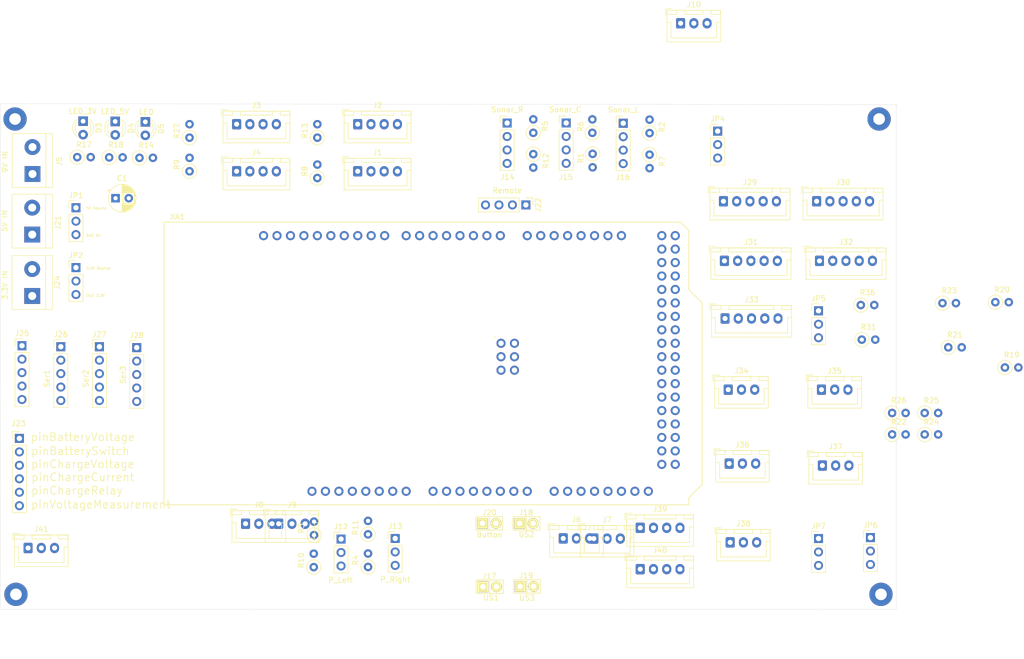
<source format=kicad_pcb>
(kicad_pcb (version 20171130) (host pcbnew "(5.1.9)-1")
  (layers (0 F.Cu signal) (31 B.Cu signal) (34 B.Paste user) (35 F.Paste user) (36 B.SilkS user) (37 F.SilkS user) (38 B.Mask user) (39 F.Mask user) (44 Edge.Cuts user))
  (net 0 "")
  (net 1 SCL1)
  (net 2 SDA1)
  (net 3 GND)
  (net 4 +9V)
  (net 5 pinMotorRightPWM)
  (net 6 pinMotorEnable)
  (net 7 pinMotorRightDir)
  (net 8 pinMotorLeftPWM)
  (net 9 pinMotorLeftDir)
  (net 10 pinMotorMowPWM)
  (net 11 pinMotorMowDir)
  (net 12 pinMotorMowEnable)
  (net 13 pinOdometryRight)
  (net 14 pinOdometryLeft)
  (net 15 pinDropLeft)
  (net 16 pinBumperLeft)
  (net 17 pinBumperRight)
  (net 18 pinDropRight)
  (net 19 pinBuzzer)
  (net 20 pinRemoteSwitch)
  (net 21 pinButton)
  (net 22 pinChargeRelay)
  (net 23 pinUserSwitch3)
  (net 24 pinUserSwitch2)
  (net 25 pinUserSwitch1)
  (net 26 pinRain)
  (net 27 pinSonarLeftEcho)
  (net 28 pinTilt)
  (net 29 pinSonarLeftTrigger)
  (net 30 pinSonarRightEcho)
  (net 31 pinSonarRightTrigger)
  (net 32 pinSonarCenterTrigger)
  (net 33 pinSonarCenterEcho)
  (net 34 pinChargeVoltage)
  (net 35 pinChargeCurrent)
  (net 36 pinVoltageMeasurement)
  (net 37 pinPerimeterLeft)
  (net 38 pinPerimeterRight)
  (net 39 pinBatteryVoltage)
  (net 40 pinRemoteSteer)
  (net 41 pinRemoteMow)
  (net 42 pinLED)
  (net 43 pinRemoteSpeed)
  (net 44 pinBatterySwitch)
  (net 45 SCL0)
  (net 46 SDA0)
  (net 47 "Net-(C1-Pad2)")
  (net 48 TX2)
  (net 49 RX2)
  (net 50 TX1)
  (net 51 RX1)
  (net 52 pinMotorMowRpm)
  (net 53 "Net-(J12-Pad3)")
  (net 54 "Net-(J13-Pad3)")
  (net 55 "Net-(D4-Pad2)")
  (net 56 "Net-(D5-Pad2)")
  (net 57 "Net-(J14-Pad3)")
  (net 58 "Net-(J29-Pad4)")
  (net 59 TX0)
  (net 60 RX0)
  (net 61 +3V3)
  (net 62 +5V)
  (net 63 DUE_3.3V)
  (net 64 DUE_5V)
  (net 65 pinOdometryRight2)
  (net 66 pinOdometryLeft2)
  (net 67 "Net-(D3-Pad2)")
  (net 68 "Net-(J15-Pad3)")
  (net 69 "Net-(J16-Pad3)")
  (net 70 "Net-(J21-Pad2)")
  (net 71 "Net-(J24-Pad2)")
  (net 72 pinMotorRight2PWM)
  (net 73 pinMotorLeft2PWM)
  (net 74 "Net-(J37-Pad1)")
  (net 75 "Net-(J38-Pad1)")
  (net 76 "Net-(J33-Pad4)")
  (net 77 "Net-(J34-Pad2)")
  (net 78 "Net-(J34-Pad1)")
  (net 79 "Net-(J35-Pad1)")
  (net 80 "Net-(J36-Pad1)")
  (net 81 "Net-(J38-Pad2)")
  (net 82 TX3)
  (net 83 RX3)
  (net 84 pinMotorRight2Dir)
  (net 85 pinMotorLeft2Dir)
  (net 86 pinMotorMow2Sense)
  (net 87 pinMotorMow1Sense)
  (net 88 pinMotorLeftSense)
  (net 89 pinMotorRightSense)
  (net 90 pinMotorMowFault)
  (net 91 pinMotorLeftFault)
  (net 92 pinMotorRightFault)
  (module Connector_JST:JST_XH_B4B-XH-A_1x04_P2.50mm_Vertical (layer F.Cu) (at 83.82 48.26)
    (fp_text reference J4 (at 3.75 -3.55) (layer F.SilkS))
    (fp_text value I2C1_2)
    (pad 4 thru_hole oval (at 7.5 0) (size 1.7 1.95) (drill 0.95) (layers *.Cu *.Mask) (net 1 SCL1))
    (pad 3 thru_hole oval (at 5 0) (size 1.7 1.95) (drill 0.95) (layers *.Cu *.Mask) (net 2 SDA1))
    (pad 2 thru_hole oval (at 2.5 0) (size 1.7 1.95) (drill 0.95) (layers *.Cu *.Mask) (net 3 GND))
    (pad 1 thru_hole roundrect (at 0 0) (size 1.7 1.95) (drill 0.95) (layers *.Cu *.Mask) (roundrect_rratio 0.147059) (net 61 +3V3))
  )
  (module Connector_JST:JST_XH_B3B-XH-A_1x03_P2.50mm_Vertical (layer F.Cu) (at 167.64 20.32)
    (fp_text reference J10 (at 2.5 -3.55) (layer F.SilkS))
    (fp_text value Bumper)
    (pad 3 thru_hole oval (at 5 0) (size 1.7 1.95) (drill 0.95) (layers *.Cu *.Mask) (net 16 pinBumperLeft))
    (pad 2 thru_hole oval (at 2.5 0) (size 1.7 1.95) (drill 0.95) (layers *.Cu *.Mask) (net 17 pinBumperRight))
    (pad 1 thru_hole roundrect (at 0 0) (size 1.7 1.95) (drill 0.95) (layers *.Cu *.Mask) (roundrect_rratio 0.147059) (net 3 GND))
  )
  (module Connector_JST:JST_XH_B3B-XH-A_1x03_P2.50mm_Vertical (layer F.Cu) (at 91.76 114.8)
    (fp_text reference J9 (at 2.5 -3.55) (layer F.SilkS))
    (fp_text value Rain)
    (pad 3 thru_hole oval (at 5 0) (size 1.7 1.95) (drill 0.95) (layers *.Cu *.Mask) (net 26 pinRain))
    (pad 2 thru_hole oval (at 2.5 0) (size 1.7 1.95) (drill 0.95) (layers *.Cu *.Mask) (net 3 GND))
    (pad 1 thru_hole roundrect (at 0 0) (size 1.7 1.95) (drill 0.95) (layers *.Cu *.Mask) (roundrect_rratio 0.147059) (net 61 +3V3))
  )
  (module Connector_JST:JST_XH_B3B-XH-A_1x03_P2.50mm_Vertical (layer F.Cu) (at 85.51 114.79)
    (fp_text reference J8 (at 2.5 -3.55) (layer F.SilkS))
    (fp_text value Tilt)
    (pad 3 thru_hole oval (at 5 0) (size 1.7 1.95) (drill 0.95) (layers *.Cu *.Mask) (net 28 pinTilt))
    (pad 2 thru_hole oval (at 2.5 0) (size 1.7 1.95) (drill 0.95) (layers *.Cu *.Mask) (net 3 GND))
    (pad 1 thru_hole roundrect (at 0 0) (size 1.7 1.95) (drill 0.95) (layers *.Cu *.Mask) (roundrect_rratio 0.147059) (net 61 +3V3))
  )
  (module Connector_JST:JST_XH_B3B-XH-A_1x03_P2.50mm_Vertical (layer F.Cu) (at 151.26 117.6)
    (fp_text reference J7 (at 2.5 -3.55) (layer F.SilkS))
    (fp_text value Drop_Right)
    (pad 3 thru_hole oval (at 5 0) (size 1.7 1.95) (drill 0.95) (layers *.Cu *.Mask) (net 18 pinDropRight))
    (pad 2 thru_hole oval (at 2.5 0) (size 1.7 1.95) (drill 0.95) (layers *.Cu *.Mask) (net 3 GND))
    (pad 1 thru_hole roundrect (at 0 0) (size 1.7 1.95) (drill 0.95) (layers *.Cu *.Mask) (roundrect_rratio 0.147059) (net 61 +3V3))
  )
  (module Connector_JST:JST_XH_B3B-XH-A_1x03_P2.50mm_Vertical (layer F.Cu) (at 145.48 117.57)
    (fp_text reference J6 (at 2.5 -3.55) (layer F.SilkS))
    (fp_text value Drop_Left)
    (pad 3 thru_hole oval (at 5 0) (size 1.7 1.95) (drill 0.95) (layers *.Cu *.Mask) (net 15 pinDropLeft))
    (pad 2 thru_hole oval (at 2.5 0) (size 1.7 1.95) (drill 0.95) (layers *.Cu *.Mask) (net 3 GND))
    (pad 1 thru_hole roundrect (at 0 0) (size 1.7 1.95) (drill 0.95) (layers *.Cu *.Mask) (roundrect_rratio 0.147059) (net 61 +3V3))
  )
  (module Connector_JST:JST_XH_B4B-XH-A_1x04_P2.50mm_Vertical (layer F.Cu) (at 83.82 39.37)
    (fp_text reference J3 (at 3.75 -3.55) (layer F.SilkS))
    (fp_text value I2C1_1)
    (pad 4 thru_hole oval (at 7.5 0) (size 1.7 1.95) (drill 0.95) (layers *.Cu *.Mask) (net 1 SCL1))
    (pad 3 thru_hole oval (at 5 0) (size 1.7 1.95) (drill 0.95) (layers *.Cu *.Mask) (net 2 SDA1))
    (pad 2 thru_hole oval (at 2.5 0) (size 1.7 1.95) (drill 0.95) (layers *.Cu *.Mask) (net 3 GND))
    (pad 1 thru_hole roundrect (at 0 0) (size 1.7 1.95) (drill 0.95) (layers *.Cu *.Mask) (roundrect_rratio 0.147059) (net 61 +3V3))
  )
  (module Connector_JST:JST_XH_B4B-XH-A_1x04_P2.50mm_Vertical (layer F.Cu) (at 106.68 39.37)
    (fp_text reference J2 (at 3.75 -3.55) (layer F.SilkS))
    (fp_text value I2C0_2)
    (pad 4 thru_hole oval (at 7.5 0) (size 1.7 1.95) (drill 0.95) (layers *.Cu *.Mask) (net 45 SCL0))
    (pad 3 thru_hole oval (at 5 0) (size 1.7 1.95) (drill 0.95) (layers *.Cu *.Mask) (net 46 SDA0))
    (pad 2 thru_hole oval (at 2.5 0) (size 1.7 1.95) (drill 0.95) (layers *.Cu *.Mask) (net 3 GND))
    (pad 1 thru_hole roundrect (at 0 0) (size 1.7 1.95) (drill 0.95) (layers *.Cu *.Mask) (roundrect_rratio 0.147059) (net 61 +3V3))
  )
  (module Connector_JST:JST_XH_B4B-XH-A_1x04_P2.50mm_Vertical (layer F.Cu) (at 106.68 48.26)
    (fp_text reference J1 (at 3.75 -3.55) (layer F.SilkS))
    (fp_text value I2C0_1)
    (pad 4 thru_hole oval (at 7.5 0) (size 1.7 1.95) (drill 0.95) (layers *.Cu *.Mask) (net 45 SCL0))
    (pad 3 thru_hole oval (at 5 0) (size 1.7 1.95) (drill 0.95) (layers *.Cu *.Mask) (net 46 SDA0))
    (pad 2 thru_hole oval (at 2.5 0) (size 1.7 1.95) (drill 0.95) (layers *.Cu *.Mask) (net 3 GND))
    (pad 1 thru_hole roundrect (at 0 0) (size 1.7 1.95) (drill 0.95) (layers *.Cu *.Mask) (roundrect_rratio 0.147059) (net 61 +3V3))
  )
  (module Connector_JST:JST_XH_B3B-XH-A_1x03_P2.50mm_Vertical (layer F.Cu) (at 44.45 119.38)
    (fp_text reference J41 (at 2.5 -3.55) (layer F.SilkS))
    (fp_text value Buzzer)
    (pad 3 thru_hole oval (at 5 0) (size 1.7 1.95) (drill 0.95) (layers *.Cu *.Mask) (net 19 pinBuzzer))
    (pad 2 thru_hole oval (at 2.5 0) (size 1.7 1.95) (drill 0.95) (layers *.Cu *.Mask) (net 3 GND))
    (pad 1 thru_hole roundrect (at 0 0) (size 1.7 1.95) (drill 0.95) (layers *.Cu *.Mask) (roundrect_rratio 0.147059) (net 62 +5V))
  )
  (module Connector_JST:JST_XH_B4B-XH-A_1x04_P2.50mm_Vertical (layer F.Cu) (at 160.02 123.37)
    (fp_text reference J40 (at 3.75 -3.55) (layer F.SilkS))
    (fp_text value "MC33926 compatibility fault")
    (pad 4 thru_hole oval (at 7.5 0) (size 1.7 1.95) (drill 0.95) (layers *.Cu *.Mask))
    (pad 3 thru_hole oval (at 5 0) (size 1.7 1.95) (drill 0.95) (layers *.Cu *.Mask) (net 90 pinMotorMowFault))
    (pad 2 thru_hole oval (at 2.5 0) (size 1.7 1.95) (drill 0.95) (layers *.Cu *.Mask) (net 91 pinMotorLeftFault))
    (pad 1 thru_hole roundrect (at 0 0) (size 1.7 1.95) (drill 0.95) (layers *.Cu *.Mask) (roundrect_rratio 0.147059) (net 92 pinMotorRightFault))
  )
  (module Connector_JST:JST_XH_B4B-XH-A_1x04_P2.50mm_Vertical (layer F.Cu) (at 160.02 115.57)
    (fp_text reference J39 (at 3.75 -3.55) (layer F.SilkS))
    (fp_text value "MC33926 compatibility sense")
    (pad 4 thru_hole oval (at 7.5 0) (size 1.7 1.95) (drill 0.95) (layers *.Cu *.Mask) (net 86 pinMotorMow2Sense))
    (pad 3 thru_hole oval (at 5 0) (size 1.7 1.95) (drill 0.95) (layers *.Cu *.Mask) (net 87 pinMotorMow1Sense))
    (pad 2 thru_hole oval (at 2.5 0) (size 1.7 1.95) (drill 0.95) (layers *.Cu *.Mask) (net 88 pinMotorLeftSense))
    (pad 1 thru_hole roundrect (at 0 0) (size 1.7 1.95) (drill 0.95) (layers *.Cu *.Mask) (roundrect_rratio 0.147059) (net 89 pinMotorRightSense))
  )
  (module Resistor_THT:R_Axial_DIN0207_L6.3mm_D2.5mm_P2.54mm_Vertical (layer F.Cu) (at 74.93 41.91 90)
    (fp_text reference R27 (at 1.27 -2.37 90) (layer F.SilkS))
    (fp_text value XXX)
    (pad 2 thru_hole oval (at 2.54 0 90) (size 1.6 1.6) (drill 0.8) (layers *.Cu *.Mask) (net 61 +3V3))
    (pad 1 thru_hole circle (at 0 0 90) (size 1.6 1.6) (drill 0.8) (layers *.Cu *.Mask) (net 2 SDA1))
  )
  (module Resistor_THT:R_Axial_DIN0207_L6.3mm_D2.5mm_P2.54mm_Vertical (layer F.Cu) (at 99.06 41.91 90)
    (fp_text reference R13 (at 1.27 -2.37 90) (layer F.SilkS))
    (fp_text value XXX)
    (pad 2 thru_hole oval (at 2.54 0 90) (size 1.6 1.6) (drill 0.8) (layers *.Cu *.Mask) (net 61 +3V3))
    (pad 1 thru_hole circle (at 0 0 90) (size 1.6 1.6) (drill 0.8) (layers *.Cu *.Mask) (net 46 SDA0))
  )
  (module Resistor_THT:R_Axial_DIN0207_L6.3mm_D2.5mm_P2.54mm_Vertical (layer F.Cu) (at 74.93 48.26 90)
    (fp_text reference R9 (at 1.27 -2.37 90) (layer F.SilkS))
    (fp_text value XXX)
    (pad 2 thru_hole oval (at 2.54 0 90) (size 1.6 1.6) (drill 0.8) (layers *.Cu *.Mask) (net 61 +3V3))
    (pad 1 thru_hole circle (at 0 0 90) (size 1.6 1.6) (drill 0.8) (layers *.Cu *.Mask) (net 1 SCL1))
  )
  (module Resistor_THT:R_Axial_DIN0207_L6.3mm_D2.5mm_P2.54mm_Vertical (layer F.Cu) (at 99.06 49.53 90)
    (fp_text reference R8 (at 1.27 -2.37 90) (layer F.SilkS))
    (fp_text value XXX)
    (pad 2 thru_hole oval (at 2.54 0 90) (size 1.6 1.6) (drill 0.8) (layers *.Cu *.Mask) (net 61 +3V3))
    (pad 1 thru_hole circle (at 0 0 90) (size 1.6 1.6) (drill 0.8) (layers *.Cu *.Mask) (net 45 SCL0))
  )
  (module Connector_JST:JST_XH_B3B-XH-A_1x03_P2.50mm_Vertical (layer F.Cu) (at 177 118.32)
    (fp_text reference J38 (at 2.5 -3.55) (layer F.SilkS))
    (fp_text value ODOCutter)
    (pad 3 thru_hole oval (at 5 0) (size 1.7 1.95) (drill 0.95) (layers *.Cu *.Mask) (net 3 GND))
    (pad 2 thru_hole oval (at 2.5 0) (size 1.7 1.95) (drill 0.95) (layers *.Cu *.Mask) (net 81 "Net-(J38-Pad2)"))
    (pad 1 thru_hole roundrect (at 0 0) (size 1.7 1.95) (drill 0.95) (layers *.Cu *.Mask) (roundrect_rratio 0.147059) (net 75 "Net-(J38-Pad1)"))
  )
  (module Connector_JST:JST_XH_B3B-XH-A_1x03_P2.50mm_Vertical (layer F.Cu) (at 194.41 103.81)
    (fp_text reference J37 (at 2.5 -3.55) (layer F.SilkS))
    (fp_text value ODOLeft2)
    (pad 3 thru_hole oval (at 5 0) (size 1.7 1.95) (drill 0.95) (layers *.Cu *.Mask) (net 3 GND))
    (pad 2 thru_hole oval (at 2.5 0) (size 1.7 1.95) (drill 0.95) (layers *.Cu *.Mask) (net 77 "Net-(J34-Pad2)"))
    (pad 1 thru_hole roundrect (at 0 0) (size 1.7 1.95) (drill 0.95) (layers *.Cu *.Mask) (roundrect_rratio 0.147059) (net 74 "Net-(J37-Pad1)"))
  )
  (module Connector_JST:JST_XH_B3B-XH-A_1x03_P2.50mm_Vertical (layer F.Cu) (at 176.81 103.44)
    (fp_text reference J36 (at 2.5 -3.55) (layer F.SilkS))
    (fp_text value ODOLeft1)
    (pad 3 thru_hole oval (at 5 0) (size 1.7 1.95) (drill 0.95) (layers *.Cu *.Mask) (net 3 GND))
    (pad 2 thru_hole oval (at 2.5 0) (size 1.7 1.95) (drill 0.95) (layers *.Cu *.Mask) (net 77 "Net-(J34-Pad2)"))
    (pad 1 thru_hole roundrect (at 0 0) (size 1.7 1.95) (drill 0.95) (layers *.Cu *.Mask) (roundrect_rratio 0.147059) (net 80 "Net-(J36-Pad1)"))
  )
  (module Connector_JST:JST_XH_B3B-XH-A_1x03_P2.50mm_Vertical (layer F.Cu) (at 194.23 89.48)
    (fp_text reference J35 (at 2.5 -3.55) (layer F.SilkS))
    (fp_text value ODORight2)
    (pad 3 thru_hole oval (at 5 0) (size 1.7 1.95) (drill 0.95) (layers *.Cu *.Mask) (net 3 GND))
    (pad 2 thru_hole oval (at 2.5 0) (size 1.7 1.95) (drill 0.95) (layers *.Cu *.Mask) (net 77 "Net-(J34-Pad2)"))
    (pad 1 thru_hole roundrect (at 0 0) (size 1.7 1.95) (drill 0.95) (layers *.Cu *.Mask) (roundrect_rratio 0.147059) (net 79 "Net-(J35-Pad1)"))
  )
  (module Connector_JST:JST_XH_B3B-XH-A_1x03_P2.50mm_Vertical (layer F.Cu) (at 176.63 89.48)
    (fp_text reference J34 (at 2.5 -3.55) (layer F.SilkS))
    (fp_text value ODORight1)
    (pad 3 thru_hole oval (at 5 0) (size 1.7 1.95) (drill 0.95) (layers *.Cu *.Mask) (net 3 GND))
    (pad 2 thru_hole oval (at 2.5 0) (size 1.7 1.95) (drill 0.95) (layers *.Cu *.Mask) (net 77 "Net-(J34-Pad2)"))
    (pad 1 thru_hole roundrect (at 0 0) (size 1.7 1.95) (drill 0.95) (layers *.Cu *.Mask) (roundrect_rratio 0.147059) (net 78 "Net-(J34-Pad1)"))
  )
  (module Resistor_THT:R_Axial_DIN0207_L6.3mm_D2.5mm_P2.54mm_Vertical (layer F.Cu) (at 207.58 93.89)
    (fp_text reference R26 (at 1.27 -2.37) (layer F.SilkS))
    (fp_text value 1.5KO)
    (pad 2 thru_hole oval (at 2.54 0) (size 1.6 1.6) (drill 0.8) (layers *.Cu *.Mask) (net 3 GND))
    (pad 1 thru_hole circle (at 0 0) (size 1.6 1.6) (drill 0.8) (layers *.Cu *.Mask) (net 75 "Net-(J38-Pad1)"))
  )
  (module Resistor_THT:R_Axial_DIN0207_L6.3mm_D2.5mm_P2.54mm_Vertical (layer F.Cu) (at 213.72 93.89)
    (fp_text reference R25 (at 1.27 -2.37) (layer F.SilkS))
    (fp_text value 1.5KO)
    (pad 2 thru_hole oval (at 2.54 0) (size 1.6 1.6) (drill 0.8) (layers *.Cu *.Mask) (net 3 GND))
    (pad 1 thru_hole circle (at 0 0) (size 1.6 1.6) (drill 0.8) (layers *.Cu *.Mask) (net 74 "Net-(J37-Pad1)"))
  )
  (module Resistor_THT:R_Axial_DIN0207_L6.3mm_D2.5mm_P2.54mm_Vertical (layer F.Cu) (at 213.72 97.94)
    (fp_text reference R24 (at 1.27 -2.37) (layer F.SilkS))
    (fp_text value 1.5KO)
    (pad 2 thru_hole oval (at 2.54 0) (size 1.6 1.6) (drill 0.8) (layers *.Cu *.Mask) (net 3 GND))
    (pad 1 thru_hole circle (at 0 0) (size 1.6 1.6) (drill 0.8) (layers *.Cu *.Mask) (net 80 "Net-(J36-Pad1)"))
  )
  (module Resistor_THT:R_Axial_DIN0207_L6.3mm_D2.5mm_P2.54mm_Vertical (layer F.Cu) (at 217.08 73.15)
    (fp_text reference R23 (at 1.27 -2.37) (layer F.SilkS))
    (fp_text value 1.5KO)
    (pad 2 thru_hole oval (at 2.54 0) (size 1.6 1.6) (drill 0.8) (layers *.Cu *.Mask) (net 3 GND))
    (pad 1 thru_hole circle (at 0 0) (size 1.6 1.6) (drill 0.8) (layers *.Cu *.Mask) (net 79 "Net-(J35-Pad1)"))
  )
  (module Resistor_THT:R_Axial_DIN0207_L6.3mm_D2.5mm_P2.54mm_Vertical (layer F.Cu) (at 207.58 97.94)
    (fp_text reference R22 (at 1.27 -2.37) (layer F.SilkS))
    (fp_text value 1KO)
    (pad 2 thru_hole oval (at 2.54 0) (size 1.6 1.6) (drill 0.8) (layers *.Cu *.Mask) (net 75 "Net-(J38-Pad1)"))
    (pad 1 thru_hole circle (at 0 0) (size 1.6 1.6) (drill 0.8) (layers *.Cu *.Mask) (net 52 pinMotorMowRpm))
  )
  (module Resistor_THT:R_Axial_DIN0207_L6.3mm_D2.5mm_P2.54mm_Vertical (layer F.Cu) (at 218.17 81.5)
    (fp_text reference R21 (at 1.27 -2.37) (layer F.SilkS))
    (fp_text value 1KO)
    (pad 2 thru_hole oval (at 2.54 0) (size 1.6 1.6) (drill 0.8) (layers *.Cu *.Mask) (net 74 "Net-(J37-Pad1)"))
    (pad 1 thru_hole circle (at 0 0) (size 1.6 1.6) (drill 0.8) (layers *.Cu *.Mask) (net 66 pinOdometryLeft2))
  )
  (module Resistor_THT:R_Axial_DIN0207_L6.3mm_D2.5mm_P2.54mm_Vertical (layer F.Cu) (at 227.06 72.97)
    (fp_text reference R20 (at 1.27 -2.37) (layer F.SilkS))
    (fp_text value 1KO)
    (pad 2 thru_hole oval (at 2.54 0) (size 1.6 1.6) (drill 0.8) (layers *.Cu *.Mask) (net 80 "Net-(J36-Pad1)"))
    (pad 1 thru_hole circle (at 0 0) (size 1.6 1.6) (drill 0.8) (layers *.Cu *.Mask) (net 14 pinOdometryLeft))
  )
  (module Resistor_THT:R_Axial_DIN0207_L6.3mm_D2.5mm_P2.54mm_Vertical (layer F.Cu) (at 228.87 85.3)
    (fp_text reference R19 (at 1.27 -2.37) (layer F.SilkS))
    (fp_text value 1KO)
    (pad 2 thru_hole oval (at 2.54 0) (size 1.6 1.6) (drill 0.8) (layers *.Cu *.Mask) (net 79 "Net-(J35-Pad1)"))
    (pad 1 thru_hole circle (at 0 0) (size 1.6 1.6) (drill 0.8) (layers *.Cu *.Mask) (net 65 pinOdometryRight2))
  )
  (module Connector_PinHeader_2.54mm:PinHeader_1x03_P2.54mm_Vertical (layer F.Cu) (at 193.68 117.59)
    (fp_text reference JP7 (at 0 -2.33) (layer F.SilkS))
    (fp_text value CRPM_Power)
    (pad 3 thru_hole oval (at 0 5.08) (size 1.7 1.7) (drill 1) (layers *.Cu *.Mask) (net 62 +5V))
    (pad 2 thru_hole oval (at 0 2.54) (size 1.7 1.7) (drill 1) (layers *.Cu *.Mask) (net 81 "Net-(J38-Pad2)"))
    (pad 1 thru_hole rect (at 0 0) (size 1.7 1.7) (drill 1) (layers *.Cu *.Mask) (net 61 +3V3))
  )
  (module Connector_PinHeader_2.54mm:PinHeader_1x03_P2.54mm_Vertical (layer F.Cu) (at 203.48 117.41)
    (fp_text reference JP6 (at 0 -2.33) (layer F.SilkS))
    (fp_text value ODO_Power)
    (pad 3 thru_hole oval (at 0 5.08) (size 1.7 1.7) (drill 1) (layers *.Cu *.Mask) (net 62 +5V))
    (pad 2 thru_hole oval (at 0 2.54) (size 1.7 1.7) (drill 1) (layers *.Cu *.Mask) (net 77 "Net-(J34-Pad2)"))
    (pad 1 thru_hole rect (at 0 0) (size 1.7 1.7) (drill 1) (layers *.Cu *.Mask) (net 61 +3V3))
  )
  (module Connector_PinHeader_2.54mm:PinHeader_1x03_P2.54mm_Vertical (layer F.Cu) (at 193.68 74.6)
    (fp_text reference JP5 (at 0 -2.33) (layer F.SilkS))
    (fp_text value Cutter_Power)
    (pad 3 thru_hole oval (at 0 5.08) (size 1.7 1.7) (drill 1) (layers *.Cu *.Mask) (net 62 +5V))
    (pad 2 thru_hole oval (at 0 2.54) (size 1.7 1.7) (drill 1) (layers *.Cu *.Mask) (net 76 "Net-(J33-Pad4)"))
    (pad 1 thru_hole rect (at 0 0) (size 1.7 1.7) (drill 1) (layers *.Cu *.Mask) (net 61 +3V3))
  )
  (module Connector_PinHeader_2.54mm:PinHeader_1x03_P2.54mm_Vertical (layer F.Cu) (at 174.64 40.68)
    (fp_text reference JP4 (at 0 -2.33) (layer F.SilkS))
    (fp_text value Motor_Driver_Power)
    (pad 3 thru_hole oval (at 0 5.08) (size 1.7 1.7) (drill 1) (layers *.Cu *.Mask) (net 62 +5V))
    (pad 2 thru_hole oval (at 0 2.54) (size 1.7 1.7) (drill 1) (layers *.Cu *.Mask) (net 58 "Net-(J29-Pad4)"))
    (pad 1 thru_hole rect (at 0 0) (size 1.7 1.7) (drill 1) (layers *.Cu *.Mask) (net 61 +3V3))
  )
  (module Connector_JST:JST_XH_B5B-XH-A_1x05_P2.50mm_Vertical (layer F.Cu) (at 176.03 76.05)
    (fp_text reference J33 (at 5 -3.55) (layer F.SilkS))
    (fp_text value Cutter_Motor)
    (pad 5 thru_hole oval (at 10 0) (size 1.7 1.95) (drill 0.95) (layers *.Cu *.Mask) (net 3 GND))
    (pad 4 thru_hole oval (at 7.5 0) (size 1.7 1.95) (drill 0.95) (layers *.Cu *.Mask) (net 76 "Net-(J33-Pad4)"))
    (pad 3 thru_hole oval (at 5 0) (size 1.7 1.95) (drill 0.95) (layers *.Cu *.Mask) (net 12 pinMotorMowEnable))
    (pad 2 thru_hole oval (at 2.5 0) (size 1.7 1.95) (drill 0.95) (layers *.Cu *.Mask) (net 11 pinMotorMowDir))
    (pad 1 thru_hole roundrect (at 0 0) (size 1.7 1.95) (drill 0.95) (layers *.Cu *.Mask) (roundrect_rratio 0.147059) (net 10 pinMotorMowPWM))
  )
  (module Connector_JST:JST_XH_B5B-XH-A_1x05_P2.50mm_Vertical (layer F.Cu) (at 193.86 65.17)
    (fp_text reference J32 (at 5 -3.55) (layer F.SilkS))
    (fp_text value Motor_Left2)
    (pad 5 thru_hole oval (at 10 0) (size 1.7 1.95) (drill 0.95) (layers *.Cu *.Mask) (net 3 GND))
    (pad 4 thru_hole oval (at 7.5 0) (size 1.7 1.95) (drill 0.95) (layers *.Cu *.Mask) (net 58 "Net-(J29-Pad4)"))
    (pad 3 thru_hole oval (at 5 0) (size 1.7 1.95) (drill 0.95) (layers *.Cu *.Mask) (net 6 pinMotorEnable))
    (pad 2 thru_hole oval (at 2.5 0) (size 1.7 1.95) (drill 0.95) (layers *.Cu *.Mask) (net 85 pinMotorLeft2Dir))
    (pad 1 thru_hole roundrect (at 0 0) (size 1.7 1.95) (drill 0.95) (layers *.Cu *.Mask) (roundrect_rratio 0.147059) (net 73 pinMotorLeft2PWM))
  )
  (module Connector_JST:JST_XH_B5B-XH-A_1x05_P2.50mm_Vertical (layer F.Cu) (at 175.91 65.17)
    (fp_text reference J31 (at 5 -3.55) (layer F.SilkS))
    (fp_text value Motor_Left1)
    (pad 5 thru_hole oval (at 10 0) (size 1.7 1.95) (drill 0.95) (layers *.Cu *.Mask) (net 3 GND))
    (pad 4 thru_hole oval (at 7.5 0) (size 1.7 1.95) (drill 0.95) (layers *.Cu *.Mask) (net 58 "Net-(J29-Pad4)"))
    (pad 3 thru_hole oval (at 5 0) (size 1.7 1.95) (drill 0.95) (layers *.Cu *.Mask) (net 6 pinMotorEnable))
    (pad 2 thru_hole oval (at 2.5 0) (size 1.7 1.95) (drill 0.95) (layers *.Cu *.Mask) (net 9 pinMotorLeftDir))
    (pad 1 thru_hole roundrect (at 0 0) (size 1.7 1.95) (drill 0.95) (layers *.Cu *.Mask) (roundrect_rratio 0.147059) (net 8 pinMotorLeftPWM))
  )
  (module Connector_JST:JST_XH_B5B-XH-A_1x05_P2.50mm_Vertical (layer F.Cu) (at 193.32 53.92)
    (fp_text reference J30 (at 5 -3.55) (layer F.SilkS))
    (fp_text value Motor_Right2)
    (pad 5 thru_hole oval (at 10 0) (size 1.7 1.95) (drill 0.95) (layers *.Cu *.Mask) (net 3 GND))
    (pad 4 thru_hole oval (at 7.5 0) (size 1.7 1.95) (drill 0.95) (layers *.Cu *.Mask) (net 58 "Net-(J29-Pad4)"))
    (pad 3 thru_hole oval (at 5 0) (size 1.7 1.95) (drill 0.95) (layers *.Cu *.Mask) (net 6 pinMotorEnable))
    (pad 2 thru_hole oval (at 2.5 0) (size 1.7 1.95) (drill 0.95) (layers *.Cu *.Mask) (net 84 pinMotorRight2Dir))
    (pad 1 thru_hole roundrect (at 0 0) (size 1.7 1.95) (drill 0.95) (layers *.Cu *.Mask) (roundrect_rratio 0.147059) (net 72 pinMotorRight2PWM))
  )
  (module Connector_JST:JST_XH_B5B-XH-A_1x05_P2.50mm_Vertical (layer F.Cu) (at 175.73 53.92)
    (fp_text reference J29 (at 5 -3.55) (layer F.SilkS))
    (fp_text value Motor_Right1)
    (pad 5 thru_hole oval (at 10 0) (size 1.7 1.95) (drill 0.95) (layers *.Cu *.Mask) (net 3 GND))
    (pad 4 thru_hole oval (at 7.5 0) (size 1.7 1.95) (drill 0.95) (layers *.Cu *.Mask) (net 58 "Net-(J29-Pad4)"))
    (pad 3 thru_hole oval (at 5 0) (size 1.7 1.95) (drill 0.95) (layers *.Cu *.Mask) (net 6 pinMotorEnable))
    (pad 2 thru_hole oval (at 2.5 0) (size 1.7 1.95) (drill 0.95) (layers *.Cu *.Mask) (net 7 pinMotorRightDir))
    (pad 1 thru_hole roundrect (at 0 0) (size 1.7 1.95) (drill 0.95) (layers *.Cu *.Mask) (roundrect_rratio 0.147059) (net 5 pinMotorRightPWM))
  )
  (module Resistor_THT:R_Axial_DIN0207_L6.3mm_D2.5mm_P2.54mm_Vertical (layer F.Cu) (at 201.66 73.51)
    (fp_text reference R36 (at 1.27 -2.37) (layer F.SilkS))
    (fp_text value 1.5KO)
    (pad 2 thru_hole oval (at 2.54 0) (size 1.6 1.6) (drill 0.8) (layers *.Cu *.Mask) (net 3 GND))
    (pad 1 thru_hole circle (at 0 0) (size 1.6 1.6) (drill 0.8) (layers *.Cu *.Mask) (net 78 "Net-(J34-Pad1)"))
  )
  (module Resistor_THT:R_Axial_DIN0207_L6.3mm_D2.5mm_P2.54mm_Vertical (layer F.Cu) (at 201.85 80.04)
    (fp_text reference R31 (at 1.27 -2.37) (layer F.SilkS))
    (fp_text value 1KO)
    (pad 2 thru_hole oval (at 2.54 0) (size 1.6 1.6) (drill 0.8) (layers *.Cu *.Mask) (net 78 "Net-(J34-Pad1)"))
    (pad 1 thru_hole circle (at 0 0) (size 1.6 1.6) (drill 0.8) (layers *.Cu *.Mask) (net 13 pinOdometryRight))
  )
  (module Connector_PinHeader_2.54mm:PinHeader_1x03_P2.54mm_Vertical (layer F.Cu) (at 103.54 117.69)
    (fp_text reference J12 (at 0 -2.33) (layer F.SilkS))
    (fp_text value P_Left (at -0.1 7.74) (layer F.SilkS))
    (pad 3 thru_hole oval (at 0 5.08) (size 1.7 1.7) (drill 1) (layers *.Cu *.Mask) (net 53 "Net-(J12-Pad3)"))
    (pad 2 thru_hole oval (at 0 2.54) (size 1.7 1.7) (drill 1) (layers *.Cu *.Mask) (net 3 GND))
    (pad 1 thru_hole rect (at 0 0) (size 1.7 1.7) (drill 1) (layers *.Cu *.Mask) (net 62 +5V))
  )
  (module Connector_PinHeader_2.54mm:PinHeader_1x03_P2.54mm_Vertical (layer F.Cu) (at 113.76 117.58)
    (fp_text reference J13 (at 0 -2.33) (layer F.SilkS))
    (fp_text value P_Right (at 0 7.74) (layer F.SilkS))
    (pad 1 thru_hole rect (at 0 0) (size 1.7 1.7) (drill 1) (layers *.Cu *.Mask) (net 62 +5V))
    (pad 2 thru_hole oval (at 0 2.54) (size 1.7 1.7) (drill 1) (layers *.Cu *.Mask) (net 3 GND))
    (pad 3 thru_hole oval (at 0 5.08) (size 1.7 1.7) (drill 1) (layers *.Cu *.Mask) (net 54 "Net-(J13-Pad3)"))
  )
  (module Connector_PinHeader_2.54mm:PinHeader_1x04_P2.54mm_Vertical (layer F.Cu) (at 134.89 39.15)
    (fp_text reference J14 (at 0.07 10.21) (layer F.SilkS))
    (fp_text value Sonar_R (at 0.02 -2.55) (layer F.SilkS))
    (pad 4 thru_hole oval (at 0 7.62) (size 1.7 1.7) (drill 1) (layers *.Cu *.Mask) (net 31 pinSonarRightTrigger))
    (pad 3 thru_hole oval (at 0 5.08) (size 1.7 1.7) (drill 1) (layers *.Cu *.Mask) (net 57 "Net-(J14-Pad3)"))
    (pad 2 thru_hole oval (at 0 2.54) (size 1.7 1.7) (drill 1) (layers *.Cu *.Mask) (net 3 GND))
    (pad 1 thru_hole rect (at 0 0) (size 1.7 1.7) (drill 1) (layers *.Cu *.Mask) (net 62 +5V))
  )
  (module Connector_PinHeader_2.54mm:PinHeader_1x04_P2.54mm_Vertical (layer F.Cu) (at 146.04 39.14)
    (fp_text reference J15 (at -0.08 10.22) (layer F.SilkS))
    (fp_text value Sonar_C (at -0.18 -2.54) (layer F.SilkS))
    (pad 4 thru_hole oval (at 0 7.62) (size 1.7 1.7) (drill 1) (layers *.Cu *.Mask) (net 32 pinSonarCenterTrigger))
    (pad 3 thru_hole oval (at 0 5.08) (size 1.7 1.7) (drill 1) (layers *.Cu *.Mask) (net 68 "Net-(J15-Pad3)"))
    (pad 2 thru_hole oval (at 0 2.54) (size 1.7 1.7) (drill 1) (layers *.Cu *.Mask) (net 3 GND))
    (pad 1 thru_hole rect (at 0 0) (size 1.7 1.7) (drill 1) (layers *.Cu *.Mask) (net 62 +5V))
  )
  (module Zimprich:Pin_Header_KK110_1x02_3D (layer F.Cu) (at 131.51 114.73)
    (fp_text reference J20 (at 0.05 -2.04) (layer F.SilkS))
    (fp_text value Button (at 0.05 2.13) (layer F.SilkS))
    (pad 2 thru_hole oval (at 1.27 0) (size 2.032 2.032) (drill 1.016) (layers *.Cu *.Mask F.SilkS) (net 21 pinButton))
    (pad 1 thru_hole rect (at -1.27 0) (size 2.032 2.032) (drill 1.016) (layers *.Cu *.Mask F.SilkS) (net 3 GND))
  )
  (module TerminalBlock:TerminalBlock_bornier-2_P5.08mm (layer F.Cu) (at 45.23 60.21 90)
    (fp_text reference J21 (at 2.24 4.85 90) (layer F.SilkS))
    (fp_text value "5V IN" (at 2.59 -5.22 90) (layer F.SilkS))
    (pad 2 thru_hole circle (at 5.08 0 90) (size 3 3) (drill 1.52) (layers *.Cu *.Mask) (net 70 "Net-(J21-Pad2)"))
    (pad 1 thru_hole rect (at 0 0 90) (size 3 3) (drill 1.52) (layers *.Cu *.Mask) (net 3 GND))
  )
  (module Connector_PinHeader_2.54mm:PinHeader_1x04_P2.54mm_Vertical (layer F.Cu) (at 138.43 54.61 270)
    (fp_text reference J22 (at 0 -2.33 90) (layer F.SilkS))
    (fp_text value Remote (at -2.71 3.54) (layer F.SilkS))
    (pad 1 thru_hole rect (at 0 0 270) (size 1.7 1.7) (drill 1) (layers *.Cu *.Mask) (net 43 pinRemoteSpeed))
    (pad 2 thru_hole oval (at 0 2.54 270) (size 1.7 1.7) (drill 1) (layers *.Cu *.Mask) (net 40 pinRemoteSteer))
    (pad 3 thru_hole oval (at 0 5.08 270) (size 1.7 1.7) (drill 1) (layers *.Cu *.Mask) (net 41 pinRemoteMow))
    (pad 4 thru_hole oval (at 0 7.62 270) (size 1.7 1.7) (drill 1) (layers *.Cu *.Mask) (net 20 pinRemoteSwitch))
  )
  (module Connector_PinHeader_2.54mm:PinHeader_1x06_P2.54mm_Vertical (layer F.Cu) (at 42.81 98.69)
    (fp_text reference J23 (at -0.15 -2.82) (layer F.SilkS))
    (fp_text value PCB_2)
    (pad 6 thru_hole oval (at 0 12.7) (size 1.7 1.7) (drill 1) (layers *.Cu *.Mask) (net 36 pinVoltageMeasurement))
    (pad 5 thru_hole oval (at 0 10.16) (size 1.7 1.7) (drill 1) (layers *.Cu *.Mask) (net 22 pinChargeRelay))
    (pad 4 thru_hole oval (at 0 7.62) (size 1.7 1.7) (drill 1) (layers *.Cu *.Mask) (net 35 pinChargeCurrent))
    (pad 3 thru_hole oval (at 0 5.08) (size 1.7 1.7) (drill 1) (layers *.Cu *.Mask) (net 34 pinChargeVoltage))
    (pad 2 thru_hole oval (at 0 2.54) (size 1.7 1.7) (drill 1) (layers *.Cu *.Mask) (net 44 pinBatterySwitch))
    (pad 1 thru_hole rect (at 0 0) (size 1.7 1.7) (drill 1) (layers *.Cu *.Mask) (net 39 pinBatteryVoltage))
  )
  (module TerminalBlock:TerminalBlock_bornier-2_P5.08mm (layer F.Cu) (at 45.23 71.8 90)
    (fp_text reference J24 (at 2.52 4.73 90) (layer F.SilkS))
    (fp_text value "3.3V IN" (at 2.05 -5.16 90) (layer F.SilkS))
    (pad 2 thru_hole circle (at 5.08 0 90) (size 3 3) (drill 1.52) (layers *.Cu *.Mask) (net 71 "Net-(J24-Pad2)"))
    (pad 1 thru_hole rect (at 0 0 90) (size 3 3) (drill 1.52) (layers *.Cu *.Mask) (net 3 GND))
  )
  (module Connector_PinHeader_2.54mm:PinHeader_1x05_P2.54mm_Vertical (layer F.Cu) (at 64.96 81.55)
    (fp_text reference J28 (at 0 -2.33) (layer F.SilkS))
    (fp_text value Ser3 (at -2.58 5.15 90) (layer F.SilkS))
    (pad 5 thru_hole oval (at 0 10.16) (size 1.7 1.7) (drill 1) (layers *.Cu *.Mask) (net 62 +5V))
    (pad 4 thru_hole oval (at 0 7.62) (size 1.7 1.7) (drill 1) (layers *.Cu *.Mask) (net 82 TX3))
    (pad 3 thru_hole oval (at 0 5.08) (size 1.7 1.7) (drill 1) (layers *.Cu *.Mask) (net 83 RX3))
    (pad 2 thru_hole oval (at 0 2.54) (size 1.7 1.7) (drill 1) (layers *.Cu *.Mask) (net 3 GND))
    (pad 1 thru_hole rect (at 0 0) (size 1.7 1.7) (drill 1) (layers *.Cu *.Mask) (net 61 +3V3))
  )
  (module Connector_PinHeader_2.54mm:PinHeader_1x05_P2.54mm_Vertical (layer F.Cu) (at 57.92 81.38)
    (fp_text reference J27 (at 0 -2.33) (layer F.SilkS))
    (fp_text value Ser2 (at -2.57 6.01 90) (layer F.SilkS))
    (pad 5 thru_hole oval (at 0 10.16) (size 1.7 1.7) (drill 1) (layers *.Cu *.Mask) (net 62 +5V))
    (pad 4 thru_hole oval (at 0 7.62) (size 1.7 1.7) (drill 1) (layers *.Cu *.Mask) (net 48 TX2))
    (pad 3 thru_hole oval (at 0 5.08) (size 1.7 1.7) (drill 1) (layers *.Cu *.Mask) (net 49 RX2))
    (pad 2 thru_hole oval (at 0 2.54) (size 1.7 1.7) (drill 1) (layers *.Cu *.Mask) (net 3 GND))
    (pad 1 thru_hole rect (at 0 0) (size 1.7 1.7) (drill 1) (layers *.Cu *.Mask) (net 61 +3V3))
  )
  (module Connector_PinHeader_2.54mm:PinHeader_1x05_P2.54mm_Vertical (layer F.Cu) (at 50.63 81.38)
    (fp_text reference J26 (at 0 -2.33) (layer F.SilkS))
    (fp_text value Ser1 (at -2.58 6.01 90) (layer F.SilkS))
    (pad 5 thru_hole oval (at 0 10.16) (size 1.7 1.7) (drill 1) (layers *.Cu *.Mask) (net 62 +5V))
    (pad 4 thru_hole oval (at 0 7.62) (size 1.7 1.7) (drill 1) (layers *.Cu *.Mask) (net 50 TX1))
    (pad 3 thru_hole oval (at 0 5.08) (size 1.7 1.7) (drill 1) (layers *.Cu *.Mask) (net 51 RX1))
    (pad 2 thru_hole oval (at 0 2.54) (size 1.7 1.7) (drill 1) (layers *.Cu *.Mask) (net 3 GND))
    (pad 1 thru_hole rect (at 0 0) (size 1.7 1.7) (drill 1) (layers *.Cu *.Mask) (net 61 +3V3))
  )
  (module LED_THT:LED_D3.0mm (layer F.Cu) (at 66.59 38.93 270)
    (fp_text reference D5 (at 1.27 -2.96 90) (layer F.SilkS))
    (fp_text value LED (at -1.85 -0.19) (layer F.SilkS))
    (pad 2 thru_hole circle (at 2.54 0 270) (size 1.8 1.8) (drill 0.9) (layers *.Cu *.Mask) (net 56 "Net-(D5-Pad2)"))
    (pad 1 thru_hole rect (at 0 0 270) (size 1.8 1.8) (drill 0.9) (layers *.Cu *.Mask) (net 3 GND))
  )
  (module Connector_PinHeader_2.54mm:PinHeader_1x03_P2.54mm_Vertical (layer F.Cu) (at 53.49 66.44)
    (fp_text reference JP2 (at 0 -2.33) (layer F.SilkS))
    (fp_text value Jumper_3.3V)
    (pad 3 thru_hole oval (at 0 5.08) (size 1.7 1.7) (drill 1) (layers *.Cu *.Mask) (net 63 DUE_3.3V))
    (pad 2 thru_hole oval (at 0 2.54) (size 1.7 1.7) (drill 1) (layers *.Cu *.Mask) (net 61 +3V3))
    (pad 1 thru_hole rect (at 0 0) (size 1.7 1.7) (drill 1) (layers *.Cu *.Mask) (net 71 "Net-(J24-Pad2)"))
  )
  (module Connector_PinHeader_2.54mm:PinHeader_1x03_P2.54mm_Vertical (layer F.Cu) (at 53.49 55.14)
    (fp_text reference JP1 (at 0 -2.33) (layer F.SilkS))
    (fp_text value Jumper_5V)
    (pad 3 thru_hole oval (at 0 5.08) (size 1.7 1.7) (drill 1) (layers *.Cu *.Mask) (net 64 DUE_5V))
    (pad 2 thru_hole oval (at 0 2.54) (size 1.7 1.7) (drill 1) (layers *.Cu *.Mask) (net 62 +5V))
    (pad 1 thru_hole rect (at 0 0) (size 1.7 1.7) (drill 1) (layers *.Cu *.Mask) (net 70 "Net-(J21-Pad2)"))
  )
  (module Connector_PinHeader_2.54mm:PinHeader_1x05_P2.54mm_Vertical (layer F.Cu) (at 43.3 81.19)
    (fp_text reference J25 (at 0 -2.33) (layer F.SilkS))
    (fp_text value Ser0)
    (pad 5 thru_hole oval (at 0 10.16) (size 1.7 1.7) (drill 1) (layers *.Cu *.Mask) (net 62 +5V))
    (pad 4 thru_hole oval (at 0 7.62) (size 1.7 1.7) (drill 1) (layers *.Cu *.Mask) (net 59 TX0))
    (pad 3 thru_hole oval (at 0 5.08) (size 1.7 1.7) (drill 1) (layers *.Cu *.Mask) (net 60 RX0))
    (pad 2 thru_hole oval (at 0 2.54) (size 1.7 1.7) (drill 1) (layers *.Cu *.Mask) (net 3 GND))
    (pad 1 thru_hole rect (at 0 0) (size 1.7 1.7) (drill 1) (layers *.Cu *.Mask) (net 61 +3V3))
  )
  (module MountingHole:MountingHole_2.2mm_M2_Pad_TopBottom (layer F.Cu) (at 42.16 128.13)
    (fp_text reference H4 (at 0.13 0) (layer F.SilkS))
    (fp_text value MountingHole_Pad)
    (pad 1 connect circle (at 0 0) (size 4.4 4.4) (layers B.Cu B.Mask) (net 3 GND))
    (pad 1 connect circle (at 0 0) (size 4.4 4.4) (layers F.Cu F.Mask) (net 3 GND))
    (pad 1 thru_hole circle (at 0 0) (size 2.6 2.6) (drill 2.2) (layers *.Cu *.Mask) (net 3 GND))
  )
  (module MountingHole:MountingHole_2.2mm_M2_Pad_TopBottom (layer F.Cu) (at 205.47 128.13)
    (fp_text reference H3 (at 0.05 0.15) (layer F.SilkS))
    (fp_text value MountingHole_Pad)
    (pad 1 connect circle (at 0 0) (size 4.4 4.4) (layers B.Cu B.Mask) (net 3 GND))
    (pad 1 connect circle (at 0 0) (size 4.4 4.4) (layers F.Cu F.Mask) (net 3 GND))
    (pad 1 thru_hole circle (at 0 0) (size 2.6 2.6) (drill 2.2) (layers *.Cu *.Mask) (net 3 GND))
  )
  (module MountingHole:MountingHole_2.2mm_M2_Pad_TopBottom (layer F.Cu) (at 205.12 38.39)
    (fp_text reference H2 (at -0.2 0.06) (layer F.SilkS))
    (fp_text value MountingHole_Pad)
    (pad 1 connect circle (at 0 0) (size 4.4 4.4) (layers B.Cu B.Mask) (net 3 GND))
    (pad 1 connect circle (at 0 0) (size 4.4 4.4) (layers F.Cu F.Mask) (net 3 GND))
    (pad 1 thru_hole circle (at 0 0) (size 2.6 2.6) (drill 2.2) (layers *.Cu *.Mask) (net 3 GND))
  )
  (module MountingHole:MountingHole_2.2mm_M2_Pad_TopBottom (layer F.Cu) (at 41.99 38.39)
    (fp_text reference H1 (at 0.15 -0.05) (layer F.SilkS))
    (fp_text value MountingHole_Pad)
    (pad 1 connect circle (at 0 0) (size 4.4 4.4) (layers B.Cu B.Mask) (net 3 GND))
    (pad 1 connect circle (at 0 0) (size 4.4 4.4) (layers F.Cu F.Mask) (net 3 GND))
    (pad 1 thru_hole circle (at 0 0) (size 2.6 2.6) (drill 2.2) (layers *.Cu *.Mask) (net 3 GND))
  )
  (module Zimprich:Pin_Header_KK110_1x02_3D (layer F.Cu) (at 138.63 126.64)
    (fp_text reference J19 (at -0.15 -2.04) (layer F.SilkS))
    (fp_text value US3 (at 0.02 2.18) (layer F.SilkS))
    (pad 2 thru_hole oval (at 1.27 0) (size 2.032 2.032) (drill 1.016) (layers *.Cu *.Mask F.SilkS) (net 23 pinUserSwitch3))
    (pad 1 thru_hole rect (at -1.27 0) (size 2.032 2.032) (drill 1.016) (layers *.Cu *.Mask F.SilkS) (net 3 GND))
  )
  (module Connector_PinHeader_2.54mm:PinHeader_1x04_P2.54mm_Vertical (layer F.Cu) (at 156.81 39.19)
    (fp_text reference J16 (at -0.07 10.21) (layer F.SilkS))
    (fp_text value Sonar_L (at 0.03 -2.55) (layer F.SilkS))
    (pad 4 thru_hole oval (at 0 7.62) (size 1.7 1.7) (drill 1) (layers *.Cu *.Mask) (net 29 pinSonarLeftTrigger))
    (pad 3 thru_hole oval (at 0 5.08) (size 1.7 1.7) (drill 1) (layers *.Cu *.Mask) (net 69 "Net-(J16-Pad3)"))
    (pad 2 thru_hole oval (at 0 2.54) (size 1.7 1.7) (drill 1) (layers *.Cu *.Mask) (net 3 GND))
    (pad 1 thru_hole rect (at 0 0) (size 1.7 1.7) (drill 1) (layers *.Cu *.Mask) (net 62 +5V))
  )
  (module TerminalBlock:TerminalBlock_bornier-2_P5.08mm (layer F.Cu) (at 45.28 48.77 90)
    (fp_text reference J5 (at 2.39 5.06 90) (layer F.SilkS))
    (fp_text value "9V IN" (at 2.3 -5.18 90) (layer F.SilkS))
    (pad 2 thru_hole circle (at 5.08 0 90) (size 3 3) (drill 1.52) (layers *.Cu *.Mask) (net 4 +9V))
    (pad 1 thru_hole rect (at 0 0 90) (size 3 3) (drill 1.52) (layers *.Cu *.Mask) (net 3 GND))
  )
  (module LED_THT:LED_D3.0mm (layer F.Cu) (at 54.84 38.8 270)
    (fp_text reference D3 (at 1.27 -2.96 90) (layer F.SilkS))
    (fp_text value LED_3V (at -1.89 0.1) (layer F.SilkS))
    (pad 2 thru_hole circle (at 2.54 0 270) (size 1.8 1.8) (drill 0.9) (layers *.Cu *.Mask) (net 67 "Net-(D3-Pad2)"))
    (pad 1 thru_hole rect (at 0 0 270) (size 1.8 1.8) (drill 0.9) (layers *.Cu *.Mask) (net 3 GND))
  )
  (module Zimprich:Pin_Header_KK110_1x02_3D (layer F.Cu) (at 138.53 114.74)
    (fp_text reference J18 (at -0.06 -2.05) (layer F.SilkS))
    (fp_text value US2 (at 0.03 2.08) (layer F.SilkS))
    (pad 2 thru_hole oval (at 1.27 0) (size 2.032 2.032) (drill 1.016) (layers *.Cu *.Mask F.SilkS) (net 24 pinUserSwitch2))
    (pad 1 thru_hole rect (at -1.27 0) (size 2.032 2.032) (drill 1.016) (layers *.Cu *.Mask F.SilkS) (net 3 GND))
  )
  (module Zimprich:Pin_Header_KK110_1x02_3D (layer F.Cu) (at 131.6 126.69)
    (fp_text reference J17 (at -0.05 -1.99) (layer F.SilkS))
    (fp_text value US1 (at 0.26 2.09) (layer F.SilkS))
    (pad 2 thru_hole oval (at 1.27 0) (size 2.032 2.032) (drill 1.016) (layers *.Cu *.Mask F.SilkS) (net 25 pinUserSwitch1))
    (pad 1 thru_hole rect (at -1.27 0) (size 2.032 2.032) (drill 1.016) (layers *.Cu *.Mask F.SilkS) (net 3 GND))
  )
  (module Arduino:Arduino_Due_Shield (layer F.Cu) (at 70.11 111.21)
    (fp_text reference XA1 (at 2.54 -54.356) (layer F.SilkS))
    (fp_text value Arduino_Due_Shield)
    (fp_text user . (at 62.484 -32.004) (layer F.SilkS))
    (pad MISO thru_hole oval (at 63.627 -30.48) (size 1.7272 1.7272) (drill 1.016) (layers *.Cu *.Mask))
    (pad GND6 thru_hole oval (at 96.52 -7.62) (size 1.7272 1.7272) (drill 1.016) (layers *.Cu *.Mask) (net 3 GND))
    (pad GND5 thru_hole oval (at 93.98 -7.62) (size 1.7272 1.7272) (drill 1.016) (layers *.Cu *.Mask) (net 3 GND))
    (pad D53 thru_hole oval (at 96.52 -10.16) (size 1.7272 1.7272) (drill 1.016) (layers *.Cu *.Mask) (net 19 pinBuzzer))
    (pad D52 thru_hole oval (at 93.98 -10.16) (size 1.7272 1.7272) (drill 1.016) (layers *.Cu *.Mask) (net 20 pinRemoteSwitch))
    (pad D51 thru_hole oval (at 96.52 -12.7) (size 1.7272 1.7272) (drill 1.016) (layers *.Cu *.Mask) (net 21 pinButton))
    (pad D50 thru_hole oval (at 93.98 -12.7) (size 1.7272 1.7272) (drill 1.016) (layers *.Cu *.Mask) (net 22 pinChargeRelay))
    (pad D49 thru_hole oval (at 96.52 -15.24) (size 1.7272 1.7272) (drill 1.016) (layers *.Cu *.Mask))
    (pad D48 thru_hole oval (at 93.98 -15.24) (size 1.7272 1.7272) (drill 1.016) (layers *.Cu *.Mask) (net 23 pinUserSwitch3))
    (pad D47 thru_hole oval (at 96.52 -17.78) (size 1.7272 1.7272) (drill 1.016) (layers *.Cu *.Mask) (net 24 pinUserSwitch2))
    (pad D46 thru_hole oval (at 93.98 -17.78) (size 1.7272 1.7272) (drill 1.016) (layers *.Cu *.Mask) (net 25 pinUserSwitch1))
    (pad D45 thru_hole oval (at 96.52 -20.32) (size 1.7272 1.7272) (drill 1.016) (layers *.Cu *.Mask) (net 15 pinDropLeft))
    (pad D44 thru_hole oval (at 93.98 -20.32) (size 1.7272 1.7272) (drill 1.016) (layers *.Cu *.Mask) (net 26 pinRain))
    (pad D43 thru_hole oval (at 96.52 -22.86) (size 1.7272 1.7272) (drill 1.016) (layers *.Cu *.Mask))
    (pad D42 thru_hole oval (at 93.98 -22.86) (size 1.7272 1.7272) (drill 1.016) (layers *.Cu *.Mask))
    (pad D41 thru_hole oval (at 96.52 -25.4) (size 1.7272 1.7272) (drill 1.016) (layers *.Cu *.Mask) (net 84 pinMotorRight2Dir))
    (pad D40 thru_hole oval (at 93.98 -25.4) (size 1.7272 1.7272) (drill 1.016) (layers *.Cu *.Mask) (net 85 pinMotorLeft2Dir))
    (pad D39 thru_hole oval (at 96.52 -27.94) (size 1.7272 1.7272) (drill 1.016) (layers *.Cu *.Mask) (net 16 pinBumperLeft))
    (pad D38 thru_hole oval (at 93.98 -27.94) (size 1.7272 1.7272) (drill 1.016) (layers *.Cu *.Mask) (net 17 pinBumperRight))
    (pad D37 thru_hole oval (at 96.52 -30.48) (size 1.7272 1.7272) (drill 1.016) (layers *.Cu *.Mask) (net 6 pinMotorEnable))
    (pad D36 thru_hole oval (at 93.98 -30.48) (size 1.7272 1.7272) (drill 1.016) (layers *.Cu *.Mask) (net 27 pinSonarLeftEcho))
    (pad D35 thru_hole oval (at 96.52 -33.02) (size 1.7272 1.7272) (drill 1.016) (layers *.Cu *.Mask) (net 28 pinTilt))
    (pad D34 thru_hole oval (at 93.98 -33.02) (size 1.7272 1.7272) (drill 1.016) (layers *.Cu *.Mask) (net 29 pinSonarLeftTrigger))
    (pad D33 thru_hole oval (at 96.52 -35.56) (size 1.7272 1.7272) (drill 1.016) (layers *.Cu *.Mask) (net 7 pinMotorRightDir))
    (pad D32 thru_hole oval (at 93.98 -35.56) (size 1.7272 1.7272) (drill 1.016) (layers *.Cu *.Mask) (net 30 pinSonarRightEcho))
    (pad D31 thru_hole oval (at 96.52 -38.1) (size 1.7272 1.7272) (drill 1.016) (layers *.Cu *.Mask) (net 9 pinMotorLeftDir))
    (pad D30 thru_hole oval (at 93.98 -38.1) (size 1.7272 1.7272) (drill 1.016) (layers *.Cu *.Mask) (net 31 pinSonarRightTrigger))
    (pad D29 thru_hole oval (at 96.52 -40.64) (size 1.7272 1.7272) (drill 1.016) (layers *.Cu *.Mask) (net 11 pinMotorMowDir))
    (pad D28 thru_hole oval (at 93.98 -40.64) (size 1.7272 1.7272) (drill 1.016) (layers *.Cu *.Mask) (net 12 pinMotorMowEnable))
    (pad D27 thru_hole oval (at 96.52 -43.18) (size 1.7272 1.7272) (drill 1.016) (layers *.Cu *.Mask) (net 92 pinMotorRightFault))
    (pad D26 thru_hole oval (at 93.98 -43.18) (size 1.7272 1.7272) (drill 1.016) (layers *.Cu *.Mask) (net 90 pinMotorMowFault))
    (pad D25 thru_hole oval (at 96.52 -45.72) (size 1.7272 1.7272) (drill 1.016) (layers *.Cu *.Mask) (net 91 pinMotorLeftFault))
    (pad D24 thru_hole oval (at 93.98 -45.72) (size 1.7272 1.7272) (drill 1.016) (layers *.Cu *.Mask) (net 32 pinSonarCenterTrigger))
    (pad D23 thru_hole oval (at 96.52 -48.26) (size 1.7272 1.7272) (drill 1.016) (layers *.Cu *.Mask) (net 18 pinDropRight))
    (pad D22 thru_hole oval (at 93.98 -48.26) (size 1.7272 1.7272) (drill 1.016) (layers *.Cu *.Mask) (net 33 pinSonarCenterEcho))
    (pad 5V4 thru_hole oval (at 96.52 -50.8) (size 1.7272 1.7272) (drill 1.016) (layers *.Cu *.Mask))
    (pad 5V3 thru_hole oval (at 93.98 -50.8) (size 1.7272 1.7272) (drill 1.016) (layers *.Cu *.Mask))
    (pad CANT thru_hole oval (at 91.44 -2.54) (size 1.7272 1.7272) (drill 1.016) (layers *.Cu *.Mask) (net 65 pinOdometryRight2))
    (pad CANR thru_hole oval (at 88.9 -2.54) (size 1.7272 1.7272) (drill 1.016) (layers *.Cu *.Mask) (net 13 pinOdometryRight))
    (pad DAC1 thru_hole oval (at 86.36 -2.54) (size 1.7272 1.7272) (drill 1.016) (layers *.Cu *.Mask) (net 66 pinOdometryLeft2))
    (pad DAC0 thru_hole oval (at 83.82 -2.54) (size 1.7272 1.7272) (drill 1.016) (layers *.Cu *.Mask) (net 14 pinOdometryLeft))
    (pad A11 thru_hole oval (at 81.28 -2.54) (size 1.7272 1.7272) (drill 1.016) (layers *.Cu *.Mask) (net 52 pinMotorMowRpm))
    (pad A10 thru_hole oval (at 78.74 -2.54) (size 1.7272 1.7272) (drill 1.016) (layers *.Cu *.Mask))
    (pad A9 thru_hole oval (at 76.2 -2.54) (size 1.7272 1.7272) (drill 1.016) (layers *.Cu *.Mask) (net 34 pinChargeVoltage))
    (pad A8 thru_hole oval (at 73.66 -2.54) (size 1.7272 1.7272) (drill 1.016) (layers *.Cu *.Mask) (net 35 pinChargeCurrent))
    (pad A7 thru_hole oval (at 68.58 -2.54) (size 1.7272 1.7272) (drill 1.016) (layers *.Cu *.Mask) (net 36 pinVoltageMeasurement))
    (pad A6 thru_hole oval (at 66.04 -2.54) (size 1.7272 1.7272) (drill 1.016) (layers *.Cu *.Mask) (net 87 pinMotorMow1Sense))
    (pad A5 thru_hole oval (at 63.5 -2.54) (size 1.7272 1.7272) (drill 1.016) (layers *.Cu *.Mask) (net 37 pinPerimeterLeft))
    (pad A4 thru_hole oval (at 60.96 -2.54) (size 1.7272 1.7272) (drill 1.016) (layers *.Cu *.Mask) (net 38 pinPerimeterRight))
    (pad A3 thru_hole oval (at 58.42 -2.54) (size 1.7272 1.7272) (drill 1.016) (layers *.Cu *.Mask) (net 86 pinMotorMow2Sense))
    (pad A2 thru_hole oval (at 55.88 -2.54) (size 1.7272 1.7272) (drill 1.016) (layers *.Cu *.Mask) (net 39 pinBatteryVoltage))
    (pad A1 thru_hole oval (at 53.34 -2.54) (size 1.7272 1.7272) (drill 1.016) (layers *.Cu *.Mask) (net 88 pinMotorLeftSense))
    (pad "" thru_hole oval (at 27.94 -2.54) (size 1.7272 1.7272) (drill 1.016) (layers *.Cu *.Mask))
    (pad D11 thru_hole oval (at 34.036 -50.8) (size 1.7272 1.7272) (drill 1.016) (layers *.Cu *.Mask) (net 40 pinRemoteSteer))
    (pad D12 thru_hole oval (at 31.496 -50.8) (size 1.7272 1.7272) (drill 1.016) (layers *.Cu *.Mask) (net 41 pinRemoteMow))
    (pad D13 thru_hole oval (at 28.956 -50.8) (size 1.7272 1.7272) (drill 1.016) (layers *.Cu *.Mask) (net 42 pinLED))
    (pad AREF thru_hole oval (at 23.876 -50.8) (size 1.7272 1.7272) (drill 1.016) (layers *.Cu *.Mask) (net 47 "Net-(C1-Pad2)"))
    (pad SDA1 thru_hole oval (at 21.336 -50.8) (size 1.7272 1.7272) (drill 1.016) (layers *.Cu *.Mask) (net 2 SDA1))
    (pad SCL1 thru_hole oval (at 18.796 -50.8) (size 1.7272 1.7272) (drill 1.016) (layers *.Cu *.Mask) (net 1 SCL1))
    (pad "" np_thru_hole circle (at 13.97 -2.54) (size 3.2 3.2) (drill 3.2) (layers *.Cu *.Mask))
    (pad "" np_thru_hole circle (at 96.52 -2.54) (size 3.2 3.2) (drill 3.2) (layers *.Cu *.Mask))
    (pad "" np_thru_hole circle (at 15.24 -50.8) (size 3.2 3.2) (drill 3.2) (layers *.Cu *.Mask))
    (pad "" np_thru_hole circle (at 90.17 -50.8) (size 3.2 3.2) (drill 3.2) (layers *.Cu *.Mask))
    (pad "" np_thru_hole circle (at 66.04 -35.56) (size 3.2 3.2) (drill 3.2) (layers *.Cu *.Mask))
    (pad "" np_thru_hole circle (at 66.04 -7.62) (size 3.2 3.2) (drill 3.2) (layers *.Cu *.Mask))
    (pad D10 thru_hole oval (at 36.576 -50.8) (size 1.7272 1.7272) (drill 1.016) (layers *.Cu *.Mask) (net 43 pinRemoteSpeed))
    (pad D9 thru_hole oval (at 39.116 -50.8) (size 1.7272 1.7272) (drill 1.016) (layers *.Cu *.Mask))
    (pad D8 thru_hole oval (at 41.656 -50.8) (size 1.7272 1.7272) (drill 1.016) (layers *.Cu *.Mask))
    (pad GND1 thru_hole oval (at 26.416 -50.8) (size 1.7272 1.7272) (drill 1.016) (layers *.Cu *.Mask) (net 3 GND))
    (pad D7 thru_hole oval (at 45.72 -50.8) (size 1.7272 1.7272) (drill 1.016) (layers *.Cu *.Mask) (net 72 pinMotorRight2PWM))
    (pad D6 thru_hole oval (at 48.26 -50.8) (size 1.7272 1.7272) (drill 1.016) (layers *.Cu *.Mask) (net 73 pinMotorLeft2PWM))
    (pad D5 thru_hole oval (at 50.8 -50.8) (size 1.7272 1.7272) (drill 1.016) (layers *.Cu *.Mask) (net 8 pinMotorLeftPWM))
    (pad D4 thru_hole oval (at 53.34 -50.8) (size 1.7272 1.7272) (drill 1.016) (layers *.Cu *.Mask) (net 44 pinBatterySwitch))
    (pad D3 thru_hole oval (at 55.88 -50.8) (size 1.7272 1.7272) (drill 1.016) (layers *.Cu *.Mask) (net 5 pinMotorRightPWM))
    (pad D2 thru_hole oval (at 58.42 -50.8) (size 1.7272 1.7272) (drill 1.016) (layers *.Cu *.Mask) (net 10 pinMotorMowPWM))
    (pad D1 thru_hole oval (at 60.96 -50.8) (size 1.7272 1.7272) (drill 1.016) (layers *.Cu *.Mask) (net 59 TX0))
    (pad D0 thru_hole oval (at 63.5 -50.8) (size 1.7272 1.7272) (drill 1.016) (layers *.Cu *.Mask) (net 60 RX0))
    (pad D14 thru_hole oval (at 68.58 -50.8) (size 1.7272 1.7272) (drill 1.016) (layers *.Cu *.Mask) (net 82 TX3))
    (pad D15 thru_hole oval (at 71.12 -50.8) (size 1.7272 1.7272) (drill 1.016) (layers *.Cu *.Mask) (net 83 RX3))
    (pad D16 thru_hole oval (at 73.66 -50.8) (size 1.7272 1.7272) (drill 1.016) (layers *.Cu *.Mask) (net 48 TX2))
    (pad D17 thru_hole oval (at 76.2 -50.8) (size 1.7272 1.7272) (drill 1.016) (layers *.Cu *.Mask) (net 49 RX2))
    (pad D18 thru_hole oval (at 78.74 -50.8) (size 1.7272 1.7272) (drill 1.016) (layers *.Cu *.Mask) (net 50 TX1))
    (pad D19 thru_hole oval (at 81.28 -50.8) (size 1.7272 1.7272) (drill 1.016) (layers *.Cu *.Mask) (net 51 RX1))
    (pad D20 thru_hole oval (at 83.82 -50.8) (size 1.7272 1.7272) (drill 1.016) (layers *.Cu *.Mask) (net 46 SDA0))
    (pad D21 thru_hole oval (at 86.36 -50.8) (size 1.7272 1.7272) (drill 1.016) (layers *.Cu *.Mask) (net 45 SCL0))
    (pad IORF thru_hole oval (at 30.48 -2.54) (size 1.7272 1.7272) (drill 1.016) (layers *.Cu *.Mask))
    (pad RST1 thru_hole oval (at 33.02 -2.54) (size 1.7272 1.7272) (drill 1.016) (layers *.Cu *.Mask))
    (pad 3V3 thru_hole oval (at 35.56 -2.54) (size 1.7272 1.7272) (drill 1.016) (layers *.Cu *.Mask) (net 63 DUE_3.3V))
    (pad 5V1 thru_hole oval (at 38.1 -2.54) (size 1.7272 1.7272) (drill 1.016) (layers *.Cu *.Mask) (net 64 DUE_5V))
    (pad GND2 thru_hole oval (at 40.64 -2.54) (size 1.7272 1.7272) (drill 1.016) (layers *.Cu *.Mask) (net 3 GND))
    (pad GND3 thru_hole oval (at 43.18 -2.54) (size 1.7272 1.7272) (drill 1.016) (layers *.Cu *.Mask) (net 3 GND))
    (pad VIN thru_hole oval (at 45.72 -2.54) (size 1.7272 1.7272) (drill 1.016) (layers *.Cu *.Mask) (net 4 +9V))
    (pad A0 thru_hole oval (at 50.8 -2.54) (size 1.7272 1.7272) (drill 1.016) (layers *.Cu *.Mask) (net 89 pinMotorRightSense))
    (pad 5V2 thru_hole oval (at 66.167 -30.48) (size 1.7272 1.7272) (drill 1.016) (layers *.Cu *.Mask))
    (pad SCK thru_hole oval (at 63.627 -27.94) (size 1.7272 1.7272) (drill 1.016) (layers *.Cu *.Mask))
    (pad MOSI thru_hole oval (at 66.167 -27.94) (size 1.7272 1.7272) (drill 1.016) (layers *.Cu *.Mask))
    (pad GND4 thru_hole oval (at 66.167 -25.4) (size 1.7272 1.7272) (drill 1.016) (layers *.Cu *.Mask))
    (pad RST2 thru_hole oval (at 63.627 -25.4) (size 1.7272 1.7272) (drill 1.016) (layers *.Cu *.Mask))
  )
  (module Resistor_THT:R_Axial_DIN0207_L6.3mm_D2.5mm_P2.54mm_Vertical (layer F.Cu) (at 59.76 45.64)
    (fp_text reference R18 (at 1.27 -2.37) (layer F.SilkS))
    (fp_text value 220)
    (pad 2 thru_hole oval (at 2.54 0) (size 1.6 1.6) (drill 0.8) (layers *.Cu *.Mask) (net 62 +5V))
    (pad 1 thru_hole circle (at 0 0) (size 1.6 1.6) (drill 0.8) (layers *.Cu *.Mask) (net 55 "Net-(D4-Pad2)"))
  )
  (module Resistor_THT:R_Axial_DIN0207_L6.3mm_D2.5mm_P2.54mm_Vertical (layer F.Cu) (at 53.73 45.59)
    (fp_text reference R17 (at 1.27 -2.37) (layer F.SilkS))
    (fp_text value 100)
    (pad 2 thru_hole oval (at 2.54 0) (size 1.6 1.6) (drill 0.8) (layers *.Cu *.Mask) (net 61 +3V3))
    (pad 1 thru_hole circle (at 0 0) (size 1.6 1.6) (drill 0.8) (layers *.Cu *.Mask) (net 67 "Net-(D3-Pad2)"))
  )
  (module Resistor_THT:R_Axial_DIN0207_L6.3mm_D2.5mm_P2.54mm_Vertical (layer F.Cu) (at 65.48 45.72)
    (fp_text reference R14 (at 1.27 -2.37) (layer F.SilkS))
    (fp_text value 100)
    (pad 2 thru_hole oval (at 2.54 0) (size 1.6 1.6) (drill 0.8) (layers *.Cu *.Mask) (net 56 "Net-(D5-Pad2)"))
    (pad 1 thru_hole circle (at 0 0) (size 1.6 1.6) (drill 0.8) (layers *.Cu *.Mask) (net 42 pinLED))
  )
  (module Resistor_THT:R_Axial_DIN0207_L6.3mm_D2.5mm_P2.54mm_Vertical (layer F.Cu) (at 139.83 45.02 270)
    (fp_text reference R12 (at 1.27 -2.37 90) (layer F.SilkS))
    (fp_text value 2KO)
    (pad 2 thru_hole oval (at 2.54 0 270) (size 1.6 1.6) (drill 0.8) (layers *.Cu *.Mask) (net 3 GND))
    (pad 1 thru_hole circle (at 0 0 270) (size 1.6 1.6) (drill 0.8) (layers *.Cu *.Mask) (net 57 "Net-(J14-Pad3)"))
  )
  (module Resistor_THT:R_Axial_DIN0207_L6.3mm_D2.5mm_P2.54mm_Vertical (layer F.Cu) (at 108.63 116.8 90)
    (fp_text reference R11 (at 1.27 -2.37 90) (layer F.SilkS))
    (fp_text value 1.5KO)
    (pad 2 thru_hole oval (at 2.54 0 90) (size 1.6 1.6) (drill 0.8) (layers *.Cu *.Mask) (net 3 GND))
    (pad 1 thru_hole circle (at 0 0 90) (size 1.6 1.6) (drill 0.8) (layers *.Cu *.Mask) (net 54 "Net-(J13-Pad3)"))
  )
  (module Resistor_THT:R_Axial_DIN0207_L6.3mm_D2.5mm_P2.54mm_Vertical (layer F.Cu) (at 98.38 122.99 90)
    (fp_text reference R10 (at 1.27 -2.37 90) (layer F.SilkS))
    (fp_text value 1.5KO)
    (pad 2 thru_hole oval (at 2.54 0 90) (size 1.6 1.6) (drill 0.8) (layers *.Cu *.Mask) (net 3 GND))
    (pad 1 thru_hole circle (at 0 0 90) (size 1.6 1.6) (drill 0.8) (layers *.Cu *.Mask) (net 53 "Net-(J12-Pad3)"))
  )
  (module Resistor_THT:R_Axial_DIN0207_L6.3mm_D2.5mm_P2.54mm_Vertical (layer F.Cu) (at 161.78 45.12 270)
    (fp_text reference R7 (at 1.27 -2.37 90) (layer F.SilkS))
    (fp_text value 2KO)
    (pad 2 thru_hole oval (at 2.54 0 270) (size 1.6 1.6) (drill 0.8) (layers *.Cu *.Mask) (net 3 GND))
    (pad 1 thru_hole circle (at 0 0 270) (size 1.6 1.6) (drill 0.8) (layers *.Cu *.Mask) (net 69 "Net-(J16-Pad3)"))
  )
  (module Resistor_THT:R_Axial_DIN0207_L6.3mm_D2.5mm_P2.54mm_Vertical (layer F.Cu) (at 150.98 41 90)
    (fp_text reference R6 (at 1.2 -2.21 90) (layer F.SilkS))
    (fp_text value 2KO)
    (pad 2 thru_hole oval (at 2.54 0 90) (size 1.6 1.6) (drill 0.8) (layers *.Cu *.Mask) (net 3 GND))
    (pad 1 thru_hole circle (at 0 0 90) (size 1.6 1.6) (drill 0.8) (layers *.Cu *.Mask) (net 68 "Net-(J15-Pad3)"))
  )
  (module Resistor_THT:R_Axial_DIN0207_L6.3mm_D2.5mm_P2.54mm_Vertical (layer F.Cu) (at 139.83 41 90)
    (fp_text reference R5 (at 1.26 2.21 90) (layer F.SilkS))
    (fp_text value 1KO)
    (pad 2 thru_hole oval (at 2.54 0 90) (size 1.6 1.6) (drill 0.8) (layers *.Cu *.Mask) (net 30 pinSonarRightEcho))
    (pad 1 thru_hole circle (at 0 0 90) (size 1.6 1.6) (drill 0.8) (layers *.Cu *.Mask) (net 57 "Net-(J14-Pad3)"))
  )
  (module Resistor_THT:R_Axial_DIN0207_L6.3mm_D2.5mm_P2.54mm_Vertical (layer F.Cu) (at 108.63 122.96 90)
    (fp_text reference R4 (at 1.27 -2.37 90) (layer F.SilkS))
    (fp_text value 1KO)
    (pad 2 thru_hole oval (at 2.54 0 90) (size 1.6 1.6) (drill 0.8) (layers *.Cu *.Mask) (net 38 pinPerimeterRight))
    (pad 1 thru_hole circle (at 0 0 90) (size 1.6 1.6) (drill 0.8) (layers *.Cu *.Mask) (net 54 "Net-(J13-Pad3)"))
  )
  (module Resistor_THT:R_Axial_DIN0207_L6.3mm_D2.5mm_P2.54mm_Vertical (layer F.Cu) (at 98.43 116.94 90)
    (fp_text reference R3 (at 1.27 -2.37 90) (layer F.SilkS))
    (fp_text value 1KO)
    (pad 2 thru_hole oval (at 2.54 0 90) (size 1.6 1.6) (drill 0.8) (layers *.Cu *.Mask) (net 37 pinPerimeterLeft))
    (pad 1 thru_hole circle (at 0 0 90) (size 1.6 1.6) (drill 0.8) (layers *.Cu *.Mask) (net 53 "Net-(J12-Pad3)"))
  )
  (module Resistor_THT:R_Axial_DIN0207_L6.3mm_D2.5mm_P2.54mm_Vertical (layer F.Cu) (at 161.78 41.05 90)
    (fp_text reference R2 (at 1.12 2.36 90) (layer F.SilkS))
    (fp_text value 1KO)
    (pad 2 thru_hole oval (at 2.54 0 90) (size 1.6 1.6) (drill 0.8) (layers *.Cu *.Mask) (net 27 pinSonarLeftEcho))
    (pad 1 thru_hole circle (at 0 0 90) (size 1.6 1.6) (drill 0.8) (layers *.Cu *.Mask) (net 69 "Net-(J16-Pad3)"))
  )
  (module Resistor_THT:R_Axial_DIN0207_L6.3mm_D2.5mm_P2.54mm_Vertical (layer F.Cu) (at 151.03 44.97 270)
    (fp_text reference R1 (at 0.8 2.26 90) (layer F.SilkS))
    (fp_text value 1KO)
    (pad 2 thru_hole oval (at 2.54 0 270) (size 1.6 1.6) (drill 0.8) (layers *.Cu *.Mask) (net 33 pinSonarCenterEcho))
    (pad 1 thru_hole circle (at 0 0 270) (size 1.6 1.6) (drill 0.8) (layers *.Cu *.Mask) (net 68 "Net-(J15-Pad3)"))
  )
  (module LED_THT:LED_D3.0mm (layer F.Cu) (at 60.9 38.85 270)
    (fp_text reference D4 (at 1.27 -2.96 90) (layer F.SilkS))
    (fp_text value LED_5V (at -1.89 0.04) (layer F.SilkS))
    (pad 2 thru_hole circle (at 2.54 0 270) (size 1.8 1.8) (drill 0.9) (layers *.Cu *.Mask) (net 55 "Net-(D4-Pad2)"))
    (pad 1 thru_hole rect (at 0 0 270) (size 1.8 1.8) (drill 0.9) (layers *.Cu *.Mask) (net 3 GND))
  )
  (module Capacitor_THT:CP_Radial_D5.0mm_P2.50mm (layer F.Cu) (at 60.96 53.34)
    (fp_text reference C1 (at 1.25 -3.75) (layer F.SilkS))
    (fp_text value 100nF)
    (pad 2 thru_hole circle (at 2.5 0) (size 1.6 1.6) (drill 0.8) (layers *.Cu *.Mask) (net 47 "Net-(C1-Pad2)"))
    (pad 1 thru_hole rect (at 0 0) (size 1.6 1.6) (drill 0.8) (layers *.Cu *.Mask) (net 3 GND))
  )
  (gr_text "DUE 3.3V" (at 57.17 71.73) (layer F.SilkS) (effects (font (size 0.5 0.5) (thickness 0.1))))
  (gr_text "3.3V Source" (at 57.71 66.56) (layer F.SilkS) (effects (font (size 0.5 0.5) (thickness 0.1))))
  (gr_text "5V Source" (at 57.37 55.21) (layer F.SilkS) (effects (font (size 0.5 0.5) (thickness 0.1))))
  (gr_text "DUE 5V" (at 56.79 60.38) (layer F.SilkS) (effects (font (size 0.5 0.5) (thickness 0.1))))
  (gr_text pinVoltageMeasurement (at 58.18 111.15) (layer F.SilkS) (effects (font (size 1.5 1.5))))
  (gr_text pinChargeRelay (at 53.68 108.54) (layer F.SilkS) (effects (font (size 1.5 1.5))))
  (gr_text pinChargeCurrent (at 54.77 106.01) (layer F.SilkS) (effects (font (size 1.5 1.5))))
  (gr_text pinChargeVoltage (at 54.77 103.55) (layer F.SilkS) (effects (font (size 1.5 1.5))))
  (gr_text pinBatterySwitch (at 54.31 101.07) (layer F.SilkS) (effects (font (size 1.5 1.5))))
  (gr_text pinBatteryVoltage (at 54.77 98.43) (layer F.SilkS) (effects (font (size 1.5 1.5))))
  (gr_line (start 208.5 35.68) (end 39.18 35.51) (layer Edge.Cuts) (width 0.05))
  (gr_line (start 208.34 130.95) (end 208.34 35.48) (layer Edge.Cuts) (width 0.05))
  (gr_line (start 39.22 130.92) (end 208.34 130.95) (layer Edge.Cuts) (width 0.05))
  (gr_line (start 39.22 35.49) (end 39.23 130.9) (layer Edge.Cuts) (width 0.05))
)
</source>
